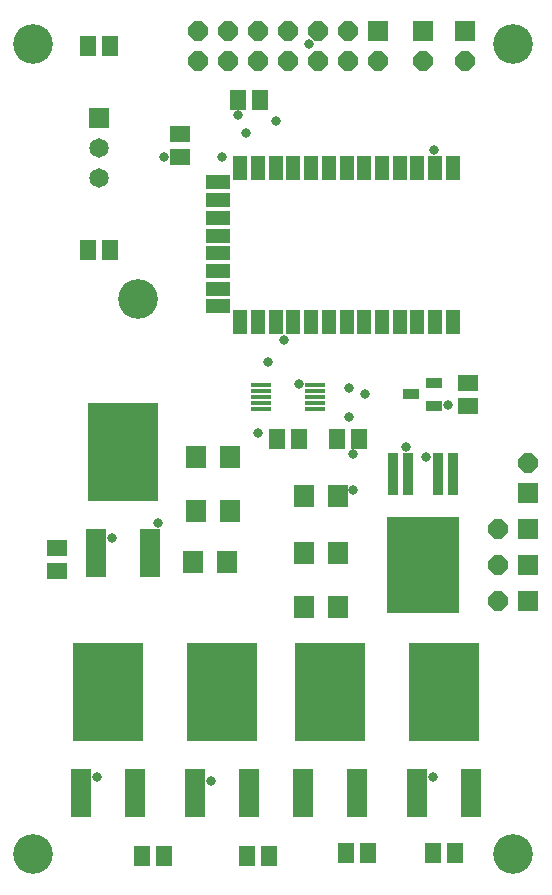
<source format=gts>
G75*
%MOIN*%
%OFA0B0*%
%FSLAX24Y24*%
%IPPOS*%
%LPD*%
%AMOC8*
5,1,8,0,0,1.08239X$1,22.5*
%
%ADD10C,0.1320*%
%ADD11R,0.2422X0.3210*%
%ADD12R,0.0375X0.1438*%
%ADD13R,0.0651X0.0651*%
%ADD14C,0.0651*%
%ADD15R,0.0572X0.0651*%
%ADD16R,0.0651X0.0180*%
%ADD17R,0.2343X0.3288*%
%ADD18R,0.0690X0.1635*%
%ADD19R,0.0532X0.0375*%
%ADD20R,0.0651X0.0572*%
%ADD21R,0.0690X0.0770*%
%ADD22R,0.0454X0.0808*%
%ADD23R,0.0808X0.0454*%
%ADD24OC8,0.0651*%
%ADD25C,0.0330*%
D10*
X001571Y001335D03*
X005071Y019835D03*
X001571Y028335D03*
X017571Y028335D03*
X017571Y001335D03*
D11*
X014581Y010950D03*
D12*
X015057Y014001D03*
X015557Y014001D03*
X014057Y014001D03*
X013557Y014001D03*
D13*
X018081Y013350D03*
X018081Y012150D03*
X018081Y010950D03*
X018081Y009750D03*
X015981Y028750D03*
X014581Y028750D03*
X013081Y028750D03*
X003781Y025850D03*
D14*
X003781Y024850D03*
X003781Y023850D03*
D15*
X004155Y021450D03*
X003407Y021450D03*
X003407Y028250D03*
X004155Y028250D03*
X008407Y026450D03*
X009155Y026450D03*
X009707Y015150D03*
X010455Y015150D03*
X011707Y015150D03*
X012455Y015150D03*
X012755Y001350D03*
X012007Y001350D03*
X009455Y001250D03*
X008707Y001250D03*
X005955Y001250D03*
X005207Y001250D03*
X014907Y001350D03*
X015655Y001350D03*
D16*
X010957Y016163D03*
X010957Y016359D03*
X010957Y016556D03*
X010957Y016753D03*
X010957Y016950D03*
X009185Y016950D03*
X009185Y016753D03*
X009185Y016556D03*
X009185Y016359D03*
X009185Y016163D03*
D17*
X004581Y014736D03*
X004081Y006736D03*
X007881Y006736D03*
X011481Y006736D03*
X015281Y006736D03*
D18*
X016186Y003350D03*
X014375Y003350D03*
X012386Y003350D03*
X010575Y003350D03*
X008786Y003350D03*
X006975Y003350D03*
X004986Y003350D03*
X003175Y003350D03*
X003675Y011350D03*
X005486Y011350D03*
D19*
X014167Y016650D03*
X014955Y016276D03*
X014955Y017024D03*
D20*
X016081Y017024D03*
X016081Y016276D03*
X006481Y024576D03*
X006481Y025324D03*
X002381Y011524D03*
X002381Y010776D03*
D21*
X006921Y011050D03*
X007021Y012750D03*
X008141Y012750D03*
X008041Y011050D03*
X008141Y014550D03*
X007021Y014550D03*
X010621Y013250D03*
X011741Y013250D03*
X011741Y011350D03*
X010621Y011350D03*
X010621Y009550D03*
X011741Y009550D03*
D22*
X012024Y019050D03*
X011433Y019050D03*
X010843Y019050D03*
X010252Y019050D03*
X009662Y019050D03*
X009071Y019050D03*
X008481Y019050D03*
X008481Y024207D03*
X009071Y024207D03*
X009662Y024207D03*
X010252Y024207D03*
X010843Y024207D03*
X011433Y024207D03*
X012024Y024207D03*
X012615Y024207D03*
X013205Y024207D03*
X013796Y024207D03*
X014386Y024207D03*
X014977Y024207D03*
X015567Y024207D03*
X015567Y019050D03*
X014977Y019050D03*
X014386Y019050D03*
X013796Y019050D03*
X013205Y019050D03*
X012615Y019050D03*
D23*
X007756Y019581D03*
X007756Y020172D03*
X007756Y020763D03*
X007756Y021353D03*
X007756Y021944D03*
X007756Y022534D03*
X007756Y023125D03*
X007756Y023715D03*
D24*
X008081Y027750D03*
X008081Y028750D03*
X009081Y028750D03*
X009081Y027750D03*
X010081Y027750D03*
X010081Y028750D03*
X011081Y028750D03*
X011081Y027750D03*
X012081Y027750D03*
X012081Y028750D03*
X013081Y027750D03*
X014581Y027750D03*
X015981Y027750D03*
X018081Y014350D03*
X017081Y012150D03*
X017081Y010950D03*
X017081Y009750D03*
X007081Y027750D03*
X007081Y028750D03*
D25*
X008391Y025950D03*
X008681Y025375D03*
X007881Y024575D03*
X009681Y025775D03*
X010781Y028325D03*
X014956Y024800D03*
X009956Y018475D03*
X009406Y017725D03*
X010456Y017000D03*
X012106Y016875D03*
X012656Y016650D03*
X012106Y015900D03*
X012231Y014650D03*
X012256Y013475D03*
X014006Y014900D03*
X014681Y014550D03*
X015406Y016300D03*
X009081Y015350D03*
X005756Y012350D03*
X004206Y011875D03*
X003706Y003900D03*
X007506Y003750D03*
X014906Y003900D03*
X005956Y024575D03*
M02*

</source>
